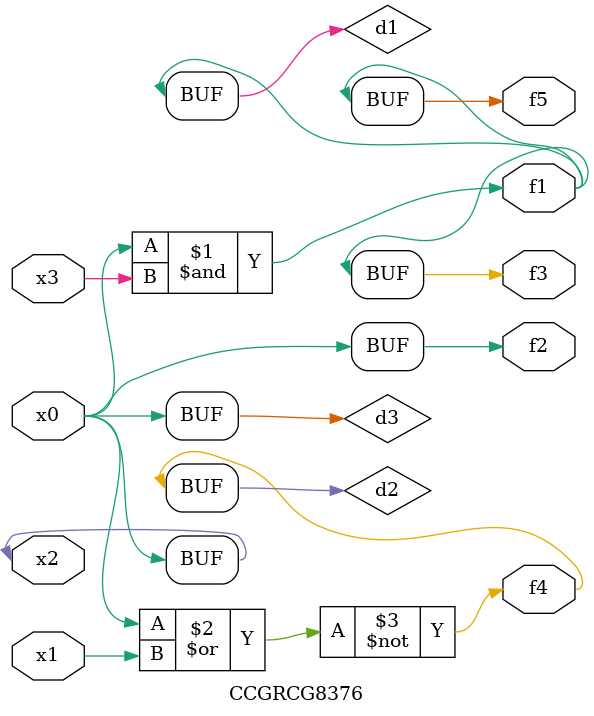
<source format=v>
module CCGRCG8376(
	input x0, x1, x2, x3,
	output f1, f2, f3, f4, f5
);

	wire d1, d2, d3;

	and (d1, x2, x3);
	nor (d2, x0, x1);
	buf (d3, x0, x2);
	assign f1 = d1;
	assign f2 = d3;
	assign f3 = d1;
	assign f4 = d2;
	assign f5 = d1;
endmodule

</source>
